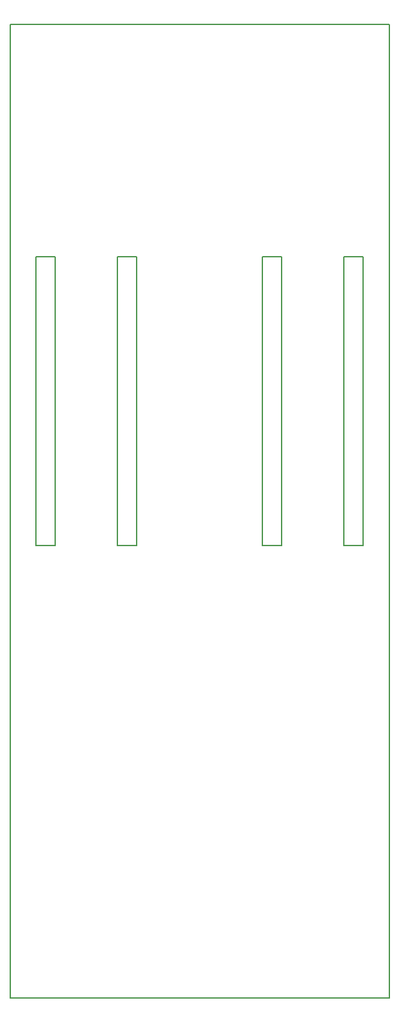
<source format=gko>
G04 DipTrace 4.1.1.0*
G04 alps_panel02.GKO*
%MOIN*%
G04 #@! TF.FileFunction,Profile*
G04 #@! TF.Part,Single*
%ADD12C,0.005512*%
%FSLAX26Y26*%
G04*
G70*
G90*
G75*
G01*
G04 BoardOutline*
%LPD*%
X2364000Y394000D2*
D12*
Y5450000D1*
X394000D1*
Y394000D1*
X2364000D1*
X529097Y4245175D2*
X629087D1*
Y2745332D1*
X529097D1*
Y4245175D1*
X953353Y4244722D2*
X1053343D1*
Y2744879D1*
X953353D1*
Y4244722D1*
X1704098Y4245175D2*
X1804088D1*
Y2745332D1*
X1704098D1*
Y4245175D1*
X2129098D2*
X2229088D1*
Y2745332D1*
X2129098D1*
Y4245175D1*
M02*

</source>
